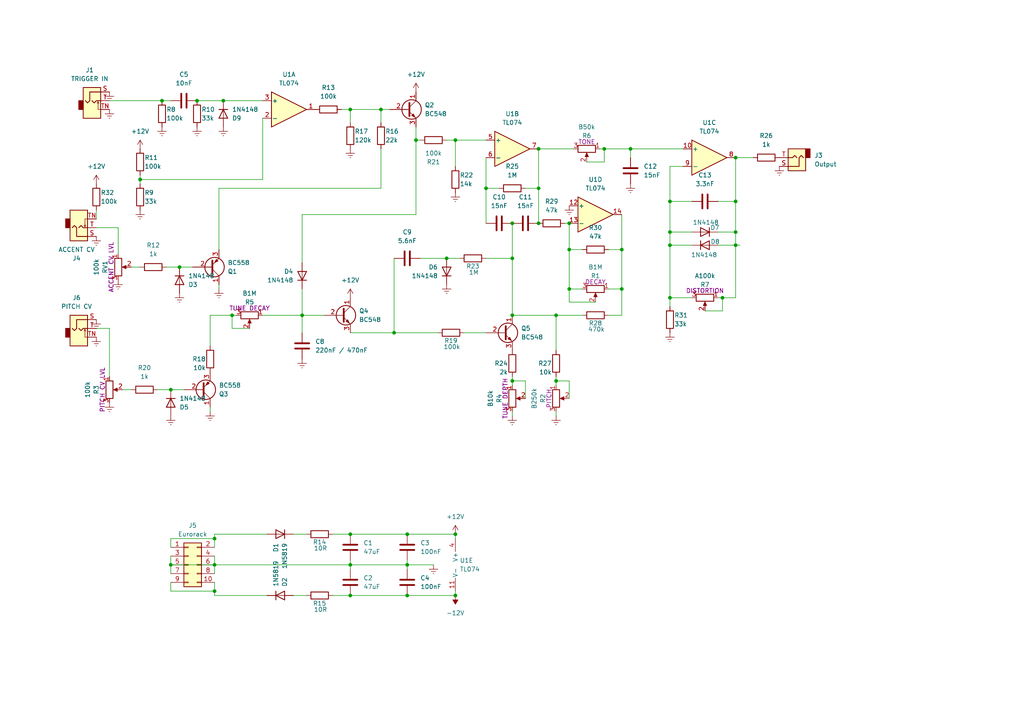
<source format=kicad_sch>
(kicad_sch (version 20231120) (generator "eeschema") (generator_version "8.0")
  (paper "A4")
  (lib_symbols
    (symbol "Amplifier_Operational:TL074" (pin_names (offset 0.127))
      (property "Reference" "U" (at 0 5.08 0))
      (property "Value" "TL074" (at 0 -5.08 0))
      (symbol "TL074_1_1"
        (polyline (pts (xy -5.08 5.08) (xy 5.08 0) (xy -5.08 -5.08) (xy -5.08 5.08)) (stroke (width 0.254)) (fill (type background)))
        (pin output line (at 7.62 0 180) (length 2.54) (name "~") (number "1"))
        (pin input line (at -7.62 -2.54 0) (length 2.54) (name "-") (number "2"))
        (pin input line (at -7.62 2.54 0) (length 2.54) (name "+") (number "3"))
      )
      (symbol "TL074_2_1"
        (polyline (pts (xy -5.08 5.08) (xy 5.08 0) (xy -5.08 -5.08) (xy -5.08 5.08)) (stroke (width 0.254)) (fill (type background)))
        (pin input line (at -7.62 2.54 0) (length 2.54) (name "+") (number "5"))
        (pin input line (at -7.62 -2.54 0) (length 2.54) (name "-") (number "6"))
        (pin output line (at 7.62 0 180) (length 2.54) (name "~") (number "7"))
      )
      (symbol "TL074_3_1"
        (polyline (pts (xy -5.08 5.08) (xy 5.08 0) (xy -5.08 -5.08) (xy -5.08 5.08)) (stroke (width 0.254)) (fill (type background)))
        (pin input line (at -7.62 2.54 0) (length 2.54) (name "+") (number "10"))
        (pin output line (at 7.62 0 180) (length 2.54) (name "~") (number "8"))
        (pin input line (at -7.62 -2.54 0) (length 2.54) (name "-") (number "9"))
      )
      (symbol "TL074_4_1"
        (polyline (pts (xy -5.08 5.08) (xy 5.08 0) (xy -5.08 -5.08) (xy -5.08 5.08)) (stroke (width 0.254)) (fill (type background)))
        (pin input line (at -7.62 2.54 0) (length 2.54) (name "+") (number "12"))
        (pin input line (at -7.62 -2.54 0) (length 2.54) (name "-") (number "13"))
        (pin output line (at 7.62 0 180) (length 2.54) (name "~") (number "14"))
      )
      (symbol "TL074_5_1"
        (pin power_in line (at -2.54 -7.62 90) (length 3.81) (name "V-") (number "11"))
        (pin power_in line (at -2.54 7.62 270) (length 3.81) (name "V+") (number "4"))
      )
    )
    (symbol "Connector:AudioJack2"
      (property "Reference" "J" (at 0 8.89 0))
      (property "Value" "AudioJack2" (at 0 6.35 0))
      (symbol "AudioJack2_0_1"
        (rectangle (start -3.81 0) (end -2.54 -2.54) (stroke (width 0.254)) (fill (type outline)))
        (rectangle (start -2.54 3.81) (end 2.54 -2.54) (stroke (width 0.254)) (fill (type background)))
        (polyline (pts (xy 0 0) (xy 0.635 -0.635) (xy 1.27 0) (xy 2.54 0)) (stroke (width 0.254)))
        (polyline (pts (xy 2.54 2.54) (xy -0.635 2.54) (xy -0.635 0) (xy -1.27 -0.635) (xy -1.905 0)) (stroke (width 0.254)))
      )
      (symbol "AudioJack2_1_1"
        (pin passive line (at 5.08 2.54 180) (length 2.54) (name "~") (number "S"))
        (pin passive line (at 5.08 0 180) (length 2.54) (name "~") (number "T"))
      )
    )
    (symbol "Connector_Audio:AudioJack2_SwitchT"
      (property "Reference" "J" (at 0 8.89 0))
      (property "Value" "AudioJack2_SwitchT" (at 0 6.35 0))
      (symbol "AudioJack2_SwitchT_0_1"
        (rectangle (start -2.54 0) (end -3.81 -2.54) (stroke (width 0.254)) (fill (type outline)))
        (polyline (pts (xy 1.778 -0.254) (xy 2.032 -0.762)))
        (polyline (pts (xy 0 0) (xy 0.635 -0.635) (xy 1.27 0) (xy 2.54 0)) (stroke (width 0.254)))
        (polyline (pts (xy 2.54 -2.54) (xy 1.778 -2.54) (xy 1.778 -0.254) (xy 1.524 -0.762)))
        (polyline (pts (xy 2.54 2.54) (xy -0.635 2.54) (xy -0.635 0) (xy -1.27 -0.635) (xy -1.905 0)) (stroke (width 0.254)))
        (rectangle (start 2.54 3.81) (end -2.54 -5.08) (stroke (width 0.254)) (fill (type background)))
      )
      (symbol "AudioJack2_SwitchT_1_1"
        (pin passive line (at 5.08 2.54 180) (length 2.54) (name "~") (number "S"))
        (pin passive line (at 5.08 0 180) (length 2.54) (name "~") (number "T"))
        (pin passive line (at 5.08 -2.54 180) (length 2.54) (name "~") (number "TN"))
      )
    )
    (symbol "Connector_Generic:Conn_02x05_Odd_Even" (pin_names (offset 1.016) hide)
      (property "Reference" "J" (at 1.27 7.62 0))
      (property "Value" "Conn_02x05_Odd_Even" (at 1.27 -7.62 0))
      (symbol "Conn_02x05_Odd_Even_1_1"
        (rectangle (start -1.27 -4.953) (end 0 -5.207) (stroke (width 0.1524)))
        (rectangle (start -1.27 -2.413) (end 0 -2.667) (stroke (width 0.1524)))
        (rectangle (start -1.27 0.127) (end 0 -0.127) (stroke (width 0.1524)))
        (rectangle (start -1.27 2.667) (end 0 2.413) (stroke (width 0.1524)))
        (rectangle (start -1.27 5.207) (end 0 4.953) (stroke (width 0.1524)))
        (rectangle (start -1.27 6.35) (end 3.81 -6.35) (stroke (width 0.254)) (fill (type background)))
        (rectangle (start 3.81 -4.953) (end 2.54 -5.207) (stroke (width 0.1524)))
        (rectangle (start 3.81 -2.413) (end 2.54 -2.667) (stroke (width 0.1524)))
        (rectangle (start 3.81 0.127) (end 2.54 -0.127) (stroke (width 0.1524)))
        (rectangle (start 3.81 2.667) (end 2.54 2.413) (stroke (width 0.1524)))
        (rectangle (start 3.81 5.207) (end 2.54 4.953) (stroke (width 0.1524)))
        (pin passive line (at -5.08 5.08 0) (length 3.81) (name "Pin_1") (number "1"))
        (pin passive line (at 7.62 -5.08 180) (length 3.81) (name "Pin_10") (number "10"))
        (pin passive line (at 7.62 5.08 180) (length 3.81) (name "Pin_2") (number "2"))
        (pin passive line (at -5.08 2.54 0) (length 3.81) (name "Pin_3") (number "3"))
        (pin passive line (at 7.62 2.54 180) (length 3.81) (name "Pin_4") (number "4"))
        (pin passive line (at -5.08 0 0) (length 3.81) (name "Pin_5") (number "5"))
        (pin passive line (at 7.62 0 180) (length 3.81) (name "Pin_6") (number "6"))
        (pin passive line (at -5.08 -2.54 0) (length 3.81) (name "Pin_7") (number "7"))
        (pin passive line (at 7.62 -2.54 180) (length 3.81) (name "Pin_8") (number "8"))
        (pin passive line (at -5.08 -5.08 0) (length 3.81) (name "Pin_9") (number "9"))
      )
    )
    (symbol "Device:C" (pin_numbers hide) (pin_names (offset 0.254))
      (property "Reference" "C" (at 0.635 2.54 0))
      (property "Value" "C" (at 0.635 -2.54 0))
      (symbol "C_0_1"
        (polyline (pts (xy -2.032 -0.762) (xy 2.032 -0.762)) (stroke (width 0.508)))
        (polyline (pts (xy -2.032 0.762) (xy 2.032 0.762)) (stroke (width 0.508)))
      )
      (symbol "C_1_1"
        (pin passive line (at 0 3.81 270) (length 2.794) (name "~") (number "1"))
        (pin passive line (at 0 -3.81 90) (length 2.794) (name "~") (number "2"))
      )
    )
    (symbol "Device:D" (pin_numbers hide) (pin_names (offset 1.016) hide)
      (property "Reference" "D" (at 0 2.54 0))
      (property "Value" "D" (at 0 -2.54 0))
      (symbol "D_0_1"
        (polyline (pts (xy -1.27 1.27) (xy -1.27 -1.27)) (stroke (width 0.254)))
        (polyline (pts (xy 1.27 0) (xy -1.27 0)))
        (polyline (pts (xy 1.27 1.27) (xy 1.27 -1.27) (xy -1.27 0) (xy 1.27 1.27)) (stroke (width 0.254)))
      )
      (symbol "D_1_1"
        (pin passive line (at -3.81 0 0) (length 2.54) (name "K") (number "1"))
        (pin passive line (at 3.81 0 180) (length 2.54) (name "A") (number "2"))
      )
    )
    (symbol "Device:R" (pin_numbers hide) (pin_names (offset 0))
      (property "Reference" "R" (at 2.032 0 90))
      (property "Value" "R" (at 0 0 90))
      (symbol "R_0_1"
        (rectangle (start -1.016 -2.54) (end 1.016 2.54) (stroke (width 0.254)))
      )
      (symbol "R_1_1"
        (pin passive line (at 0 3.81 270) (length 1.27) (name "~") (number "1"))
        (pin passive line (at 0 -3.81 90) (length 1.27) (name "~") (number "2"))
      )
    )
    (symbol "Device:R_Potentiometer" (pin_names (offset 1.016) hide)
      (property "Reference" "RV" (at -4.445 0 90))
      (property "Value" "R_Potentiometer" (at -2.54 0 90))
      (symbol "R_Potentiometer_0_1"
        (polyline (pts (xy 2.54 0) (xy 1.524 0)))
        (polyline (pts (xy 1.143 0) (xy 2.286 0.508) (xy 2.286 -0.508) (xy 1.143 0)) (fill (type outline)))
        (rectangle (start 1.016 2.54) (end -1.016 -2.54) (stroke (width 0.254)))
      )
      (symbol "R_Potentiometer_1_1"
        (pin passive line (at 0 3.81 270) (length 1.27) (name "1") (number "1"))
        (pin passive line (at 3.81 0 180) (length 1.27) (name "2") (number "2"))
        (pin passive line (at 0 -3.81 90) (length 1.27) (name "3") (number "3"))
      )
    )
    (symbol "Transistor_BJT:BC548" (pin_names (offset 0) hide)
      (property "Reference" "Q" (at 5.08 1.905 0))
      (property "Value" "BC548" (at 5.08 0 0))
      (symbol "BC548_0_1"
        (polyline (pts (xy 0 0) (xy 0.635 0)))
        (polyline (pts (xy 0.635 0.635) (xy 2.54 2.54)))
        (polyline (pts (xy 0.635 -0.635) (xy 2.54 -2.54) (xy 2.54 -2.54)))
        (polyline (pts (xy 0.635 1.905) (xy 0.635 -1.905) (xy 0.635 -1.905)) (stroke (width 0.508)))
        (polyline (pts (xy 1.27 -1.778) (xy 1.778 -1.27) (xy 2.286 -2.286) (xy 1.27 -1.778) (xy 1.27 -1.778)) (fill (type outline)))
        (circle (center 1.27 0) (radius 2.8194) (stroke (width 0.254)))
      )
      (symbol "BC548_1_1"
        (pin passive line (at 2.54 5.08 270) (length 2.54) (name "C") (number "1"))
        (pin input line (at -5.08 0 0) (length 5.08) (name "B") (number "2"))
        (pin passive line (at 2.54 -5.08 90) (length 2.54) (name "E") (number "3"))
      )
    )
    (symbol "Transistor_BJT:BC558" (pin_names (offset 0) hide)
      (property "Reference" "Q" (at 5.08 1.905 0))
      (property "Value" "BC558" (at 5.08 0 0))
      (symbol "BC558_0_1"
        (polyline (pts (xy 0.635 0.635) (xy 2.54 2.54)))
        (polyline (pts (xy 0.635 -0.635) (xy 2.54 -2.54) (xy 2.54 -2.54)))
        (polyline (pts (xy 0.635 1.905) (xy 0.635 -1.905) (xy 0.635 -1.905)) (stroke (width 0.508)))
        (polyline (pts (xy 2.286 -1.778) (xy 1.778 -2.286) (xy 1.27 -1.27) (xy 2.286 -1.778) (xy 2.286 -1.778)) (fill (type outline)))
        (circle (center 1.27 0) (radius 2.8194) (stroke (width 0.254)))
      )
      (symbol "BC558_1_1"
        (pin passive line (at 2.54 5.08 270) (length 2.54) (name "C") (number "1"))
        (pin input line (at -5.08 0 0) (length 5.715) (name "B") (number "2"))
        (pin passive line (at 2.54 -5.08 90) (length 2.54) (name "E") (number "3"))
      )
    )
    (symbol "power:+12V" (power) (pin_names (offset 0))
      (property "Value" "+12V" (at 0 3.556 0))
      (symbol "+12V_0_1"
        (polyline (pts (xy -0.762 1.27) (xy 0 2.54)))
        (polyline (pts (xy 0 0) (xy 0 2.54)))
        (polyline (pts (xy 0 2.54) (xy 0.762 1.27)))
      )
      (symbol "+12V_1_1"
        (pin power_in line (at 0 0 90) (length 0) hide (name "+12V") (number "1"))
      )
    )
    (symbol "power:-12V" (power) (pin_numbers hide) (pin_names (offset 0) hide)
      (property "Value" "-12V" (at 0 3.556 0))
      (symbol "-12V_0_0"
        (pin power_in line (at 0 0 90) (length 0) (name "~") (number "1"))
      )
      (symbol "-12V_0_1"
        (polyline (pts (xy 0 0) (xy 0 1.27) (xy 0.762 1.27) (xy 0 2.54) (xy -0.762 1.27) (xy 0 1.27)) (fill (type outline)))
      )
    )
    (symbol "power:GNDREF" (power) (pin_names (offset 0))
      (property "Value" "GNDREF" (at 0 -3.81 0))
      (symbol "GNDREF_0_1"
        (polyline (pts (xy -0.635 -1.905) (xy 0.635 -1.905)))
        (polyline (pts (xy -0.127 -2.54) (xy 0.127 -2.54)))
        (polyline (pts (xy 0 -1.27) (xy 0 0)))
        (polyline (pts (xy 1.27 -1.27) (xy -1.27 -1.27)))
      )
      (symbol "GNDREF_1_1"
        (pin power_in line (at 0 0 270) (length 0) hide (name "GNDREF") (number "1"))
      )
    )
  )
  (junction (at 148.59 110.49))
  (junction (at 57.15 29.21))
  (junction (at 161.29 110.49))
  (junction (at 101.6 31.75))
  (junction (at 148.59 91.44))
  (junction (at 62.23 163.83))
  (junction (at 194.31 86.36))
  (junction (at 165.1 64.77))
  (junction (at 118.11 172.72))
  (junction (at 161.29 91.44))
  (junction (at 156.21 64.77))
  (junction (at 62.23 156.21))
  (junction (at 213.36 67.31))
  (junction (at 120.65 40.64))
  (junction (at 118.11 163.83))
  (junction (at 213.36 58.42))
  (junction (at 156.21 43.18))
  (junction (at 101.6 163.83))
  (junction (at 165.1 72.39))
  (junction (at 156.21 54.61))
  (junction (at 182.88 43.18))
  (junction (at 101.6 154.94))
  (junction (at 87.63 91.44))
  (junction (at 49.53 113.03))
  (junction (at 140.97 54.61))
  (junction (at 64.77 29.21))
  (junction (at 213.36 45.72))
  (junction (at 132.08 154.94))
  (junction (at 129.54 74.93))
  (junction (at 175.26 43.18))
  (junction (at 67.31 91.44))
  (junction (at 118.11 154.94))
  (junction (at 148.59 74.93))
  (junction (at 40.64 52.07))
  (junction (at 49.53 163.83))
  (junction (at 46.99 29.21))
  (junction (at 110.49 31.75))
  (junction (at 148.59 64.77))
  (junction (at 62.23 171.45))
  (junction (at 209.55 86.36))
  (junction (at 213.36 71.12))
  (junction (at 180.34 72.39))
  (junction (at 132.08 172.72))
  (junction (at 194.31 71.12))
  (junction (at 165.1 83.82))
  (junction (at 194.31 58.42))
  (junction (at 52.07 77.47))
  (junction (at 180.34 83.82))
  (junction (at 114.3 96.52))
  (junction (at 101.6 172.72))
  (junction (at 194.31 67.31))
  (junction (at 132.08 40.64))
  (wire (pts (xy 176.53 83.82) (xy 180.34 83.82)))
  (wire (pts (xy 87.63 91.44) (xy 93.98 91.44)))
  (wire (pts (xy 148.59 74.93) (xy 148.59 91.44)))
  (wire (pts (xy 40.64 50.8) (xy 40.64 52.07)))
  (wire (pts (xy 62.23 154.94) (xy 62.23 156.21)))
  (wire (pts (xy 213.36 45.72) (xy 213.36 58.42)))
  (wire (pts (xy 118.11 163.83) (xy 118.11 165.1)))
  (wire (pts (xy 72.39 95.25) (xy 67.31 95.25)))
  (wire (pts (xy 194.31 58.42) (xy 200.66 58.42)))
  (wire (pts (xy 180.34 83.82) (xy 180.34 91.44)))
  (wire (pts (xy 161.29 91.44) (xy 148.59 91.44)))
  (wire (pts (xy 62.23 163.83) (xy 101.6 163.83)))
  (wire (pts (xy 101.6 163.83) (xy 118.11 163.83)))
  (wire (pts (xy 165.1 87.63) (xy 165.1 83.82)))
  (wire (pts (xy 49.53 163.83) (xy 62.23 163.83)))
  (wire (pts (xy 62.23 161.29) (xy 62.23 163.83)))
  (wire (pts (xy 132.08 40.64) (xy 132.08 48.26)))
  (wire (pts (xy 132.08 40.64) (xy 129.54 40.64)))
  (wire (pts (xy 161.29 111.76) (xy 161.29 110.49)))
  (wire (pts (xy 140.97 40.64) (xy 132.08 40.64)))
  (wire (pts (xy 175.26 43.18) (xy 182.88 43.18)))
  (wire (pts (xy 57.15 29.21) (xy 64.77 29.21)))
  (wire (pts (xy 52.07 77.47) (xy 55.88 77.47)))
  (wire (pts (xy 38.1 77.47) (xy 40.64 77.47)))
  (wire (pts (xy 120.65 40.64) (xy 121.92 40.64)))
  (wire (pts (xy 152.4 110.49) (xy 148.59 110.49)))
  (wire (pts (xy 132.08 171.45) (xy 132.08 172.72)))
  (wire (pts (xy 110.49 31.75) (xy 110.49 35.56)))
  (wire (pts (xy 62.23 171.45) (xy 62.23 168.91)))
  (wire (pts (xy 194.31 48.26) (xy 198.12 48.26)))
  (wire (pts (xy 76.2 34.29) (xy 76.2 52.07)))
  (wire (pts (xy 49.53 113.03) (xy 53.34 113.03)))
  (wire (pts (xy 176.53 72.39) (xy 180.34 72.39)))
  (wire (pts (xy 60.96 100.33) (xy 60.96 91.44)))
  (wire (pts (xy 35.56 113.03) (xy 38.1 113.03)))
  (wire (pts (xy 118.11 172.72) (xy 101.6 172.72)))
  (wire (pts (xy 120.65 36.83) (xy 120.65 40.64)))
  (wire (pts (xy 144.78 54.61) (xy 140.97 54.61)))
  (wire (pts (xy 148.59 120.65) (xy 148.59 119.38)))
  (wire (pts (xy 194.31 71.12) (xy 200.66 71.12)))
  (wire (pts (xy 96.52 154.94) (xy 101.6 154.94)))
  (wire (pts (xy 63.5 54.61) (xy 110.49 54.61)))
  (wire (pts (xy 218.44 45.72) (xy 213.36 45.72)))
  (wire (pts (xy 214.63 71.12) (xy 213.36 71.12)))
  (wire (pts (xy 148.59 110.49) (xy 148.59 109.22)))
  (wire (pts (xy 60.96 118.11) (xy 60.96 119.38)))
  (wire (pts (xy 168.91 83.82) (xy 165.1 83.82)))
  (wire (pts (xy 156.21 43.18) (xy 156.21 54.61)))
  (wire (pts (xy 76.2 52.07) (xy 40.64 52.07)))
  (wire (pts (xy 77.47 172.72) (xy 62.23 172.72)))
  (wire (pts (xy 101.6 31.75) (xy 101.6 35.56)))
  (wire (pts (xy 110.49 31.75) (xy 113.03 31.75)))
  (wire (pts (xy 156.21 54.61) (xy 156.21 64.77)))
  (wire (pts (xy 49.53 158.75) (xy 49.53 156.21)))
  (wire (pts (xy 170.18 46.99) (xy 175.26 46.99)))
  (wire (pts (xy 67.31 91.44) (xy 68.58 91.44)))
  (wire (pts (xy 204.47 90.17) (xy 209.55 90.17)))
  (wire (pts (xy 67.31 95.25) (xy 67.31 91.44)))
  (wire (pts (xy 34.29 73.66) (xy 34.29 66.04)))
  (wire (pts (xy 120.65 40.64) (xy 120.65 62.23)))
  (wire (pts (xy 62.23 156.21) (xy 62.23 158.75)))
  (wire (pts (xy 173.99 43.18) (xy 175.26 43.18)))
  (wire (pts (xy 121.92 74.93) (xy 129.54 74.93)))
  (wire (pts (xy 182.88 45.72) (xy 182.88 43.18)))
  (wire (pts (xy 194.31 86.36) (xy 194.31 71.12)))
  (wire (pts (xy 132.08 156.21) (xy 132.08 154.94)))
  (wire (pts (xy 194.31 67.31) (xy 200.66 67.31)))
  (wire (pts (xy 49.53 171.45) (xy 62.23 171.45)))
  (wire (pts (xy 63.5 54.61) (xy 63.5 72.39)))
  (wire (pts (xy 76.2 91.44) (xy 87.63 91.44)))
  (wire (pts (xy 208.28 67.31) (xy 213.36 67.31)))
  (wire (pts (xy 165.1 72.39) (xy 165.1 64.77)))
  (wire (pts (xy 110.49 31.75) (xy 101.6 31.75)))
  (wire (pts (xy 152.4 54.61) (xy 156.21 54.61)))
  (wire (pts (xy 49.53 163.83) (xy 49.53 166.37)))
  (wire (pts (xy 31.75 109.22) (xy 31.75 95.25)))
  (wire (pts (xy 27.94 60.96) (xy 27.94 63.5)))
  (wire (pts (xy 172.72 87.63) (xy 165.1 87.63)))
  (wire (pts (xy 140.97 54.61) (xy 140.97 64.77)))
  (wire (pts (xy 87.63 91.44) (xy 87.63 83.82)))
  (wire (pts (xy 45.72 113.03) (xy 49.53 113.03)))
  (wire (pts (xy 161.29 120.65) (xy 161.29 119.38)))
  (wire (pts (xy 101.6 96.52) (xy 114.3 96.52)))
  (wire (pts (xy 152.4 115.57) (xy 152.4 110.49)))
  (wire (pts (xy 62.23 163.83) (xy 62.23 166.37)))
  (wire (pts (xy 213.36 71.12) (xy 213.36 67.31)))
  (wire (pts (xy 118.11 154.94) (xy 101.6 154.94)))
  (wire (pts (xy 46.99 29.21) (xy 49.53 29.21)))
  (wire (pts (xy 85.09 154.94) (xy 88.9 154.94)))
  (wire (pts (xy 118.11 163.83) (xy 125.73 163.83)))
  (wire (pts (xy 140.97 74.93) (xy 148.59 74.93)))
  (wire (pts (xy 194.31 71.12) (xy 194.31 67.31)))
  (wire (pts (xy 31.75 95.25) (xy 27.94 95.25)))
  (wire (pts (xy 148.59 110.49) (xy 148.59 111.76)))
  (wire (pts (xy 148.59 64.77) (xy 148.59 74.93)))
  (wire (pts (xy 49.53 161.29) (xy 49.53 163.83)))
  (wire (pts (xy 87.63 91.44) (xy 87.63 96.52)))
  (wire (pts (xy 208.28 86.36) (xy 209.55 86.36)))
  (wire (pts (xy 140.97 45.72) (xy 140.97 54.61)))
  (wire (pts (xy 209.55 90.17) (xy 209.55 86.36)))
  (wire (pts (xy 194.31 67.31) (xy 194.31 58.42)))
  (wire (pts (xy 161.29 101.6) (xy 161.29 91.44)))
  (wire (pts (xy 62.23 172.72) (xy 62.23 171.45)))
  (wire (pts (xy 101.6 163.83) (xy 101.6 165.1)))
  (wire (pts (xy 64.77 29.21) (xy 76.2 29.21)))
  (wire (pts (xy 213.36 86.36) (xy 209.55 86.36)))
  (wire (pts (xy 34.29 66.04) (xy 27.94 66.04)))
  (wire (pts (xy 180.34 72.39) (xy 180.34 83.82)))
  (wire (pts (xy 156.21 43.18) (xy 166.37 43.18)))
  (wire (pts (xy 194.31 48.26) (xy 194.31 58.42)))
  (wire (pts (xy 114.3 96.52) (xy 114.3 74.93)))
  (wire (pts (xy 213.36 71.12) (xy 213.36 86.36)))
  (wire (pts (xy 208.28 71.12) (xy 213.36 71.12)))
  (wire (pts (xy 63.5 82.55) (xy 63.5 83.82)))
  (wire (pts (xy 208.28 58.42) (xy 213.36 58.42)))
  (wire (pts (xy 101.6 162.56) (xy 101.6 163.83)))
  (wire (pts (xy 213.36 67.31) (xy 213.36 58.42)))
  (wire (pts (xy 161.29 110.49) (xy 161.29 109.22)))
  (wire (pts (xy 168.91 91.44) (xy 161.29 91.44)))
  (wire (pts (xy 48.26 77.47) (xy 52.07 77.47)))
  (wire (pts (xy 127 96.52) (xy 114.3 96.52)))
  (wire (pts (xy 165.1 72.39) (xy 165.1 83.82)))
  (wire (pts (xy 165.1 110.49) (xy 161.29 110.49)))
  (wire (pts (xy 40.64 52.07) (xy 40.64 53.34)))
  (wire (pts (xy 175.26 46.99) (xy 175.26 43.18)))
  (wire (pts (xy 60.96 91.44) (xy 67.31 91.44)))
  (wire (pts (xy 49.53 156.21) (xy 62.23 156.21)))
  (wire (pts (xy 31.75 29.21) (xy 46.99 29.21)))
  (wire (pts (xy 180.34 62.23) (xy 180.34 72.39)))
  (wire (pts (xy 87.63 76.2) (xy 87.63 62.23)))
  (wire (pts (xy 87.63 62.23) (xy 120.65 62.23)))
  (wire (pts (xy 110.49 43.18) (xy 110.49 54.61)))
  (wire (pts (xy 182.88 43.18) (xy 198.12 43.18)))
  (wire (pts (xy 134.62 96.52) (xy 140.97 96.52)))
  (wire (pts (xy 49.53 168.91) (xy 49.53 171.45)))
  (wire (pts (xy 180.34 91.44) (xy 176.53 91.44)))
  (wire (pts (xy 129.54 74.93) (xy 133.35 74.93)))
  (wire (pts (xy 165.1 115.57) (xy 165.1 110.49)))
  (wire (pts (xy 96.52 172.72) (xy 101.6 172.72)))
  (wire (pts (xy 194.31 88.9) (xy 194.31 86.36)))
  (wire (pts (xy 132.08 172.72) (xy 118.11 172.72)))
  (wire (pts (xy 168.91 72.39) (xy 165.1 72.39)))
  (wire (pts (xy 77.47 154.94) (xy 62.23 154.94)))
  (wire (pts (xy 118.11 162.56) (xy 118.11 163.83)))
  (wire (pts (xy 85.09 172.72) (xy 88.9 172.72)))
  (wire (pts (xy 132.08 154.94) (xy 118.11 154.94)))
  (wire (pts (xy 194.31 86.36) (xy 200.66 86.36)))
  (wire (pts (xy 101.6 31.75) (xy 99.06 31.75)))
  (wire (pts (xy 165.1 64.77) (xy 163.83 64.77)))
  (symbol (lib_id "Device:R") (at 110.49 39.37 180) (unit 1)
    (property "Reference" "R16" (at 111.76 38.1 0) (effects (justify right)))
    (property "Value" "22k" (at 111.76 40.64 0) (effects (justify right)))
    (property "Footprint" "Resistor_THT:R_Axial_DIN0207_L6.3mm_D2.5mm_P10.16mm_Horizontal" (effects (hide yes)))
  )
  (symbol (lib_id "Device:R_Potentiometer") (at 34.29 77.47 0) (unit 1)
    (property "Reference" "RV1" (at 30.48 77.47 90))
    (property "Value" "100k" (at 27.94 77.47 90))
    (property "Footprint" "Potentiometer_THT:Potentiometer_Alpha_RD901F-40-00D_Single_Vertical" (effects (hide yes)))
    (property "Description" "ACCENT CV LVL" (at 32.258 77.47 90))
  )
  (symbol (lib_id "power:GNDREF") (at 101.6 43.18 0) (unit 1)
    (property "Reference" "#PWR011" (effects (hide yes)))
    (property "Value" "GNDREF" (effects (hide yes)))
  )
  (symbol (lib_id "power:GNDREF") (at 34.29 81.28 0) (unit 1)
    (property "Reference" "#PWR08" (effects (hide yes)))
    (property "Value" "GNDREF" (effects (hide yes)))
  )
  (symbol (lib_id "Device:R_Potentiometer") (at 72.39 91.44 270) (unit 1)
    (property "Reference" "R5" (at 72.39 87.63 90))
    (property "Value" "B1M" (at 72.39 85.09 90))
    (property "Footprint" "Potentiometer_THT:Potentiometer_Alpha_RD901F-40-00D_Single_Vertical" (effects (hide yes)))
    (property "Description" "TUNE DECAY" (at 72.39 89.408 90))
  )
  (symbol (lib_id "Device:R") (at 222.25 45.72 90) (unit 1)
    (property "Reference" "R26" (at 222.25 39.37 90))
    (property "Value" "1k" (at 222.25 41.91 90))
    (property "Footprint" "Resistor_THT:R_Axial_DIN0207_L6.3mm_D2.5mm_P10.16mm_Horizontal" (effects (hide yes)))
  )
  (symbol (lib_id "power:GNDREF") (at 63.5 83.82 0) (unit 1)
    (property "Reference" "#PWR010" (effects (hide yes)))
    (property "Value" "GNDREF" (effects (hide yes)))
  )
  (symbol (lib_id "Connector_Generic:Conn_02x05_Odd_Even") (at 54.61 163.83 0) (unit 1)
    (property "Reference" "J5" (at 55.88 152.4 0))
    (property "Value" "Eurorack" (at 55.88 154.94 0))
    (property "Description" "Generic connector, double row, 02x05, odd/even pin numbering scheme (row 1 odd numbers, row 2 even numbers), script generated (kicad-library-utils/schlib/autogen/connector/)" (effects (hide yes)))
  )
  (symbol (lib_id "power:+12V") (at 120.65 26.67 0) (unit 1)
    (property "Reference" "#PWR012" (effects (hide yes)))
    (property "Value" "+12V" (at 120.65 21.59 0))
  )
  (symbol (lib_id "Device:C") (at 118.11 168.91 180) (unit 1)
    (property "Reference" "C4" (at 121.92 167.6399 0) (effects (justify right)))
    (property "Value" "100nF" (at 121.92 170.1799 0) (effects (justify right)))
    (property "Footprint" "Capacitor_THT:C_Rect_L7.0mm_W2.5mm_P5.00mm" (effects (hide yes)))
  )
  (symbol (lib_id "Device:R") (at 137.16 74.93 90) (mirror x) (unit 1)
    (property "Reference" "R23" (at 137.16 77.216 90))
    (property "Value" "1M" (at 137.414 78.994 90))
    (property "Footprint" "Resistor_THT:R_Axial_DIN0207_L6.3mm_D2.5mm_P10.16mm_Horizontal" (effects (hide yes)))
  )
  (symbol (lib_id "Device:R") (at 46.99 33.02 180) (unit 1)
    (property "Reference" "R8" (at 48.26 31.75 0) (effects (justify right)))
    (property "Value" "100k" (at 48.26 34.29 0) (effects (justify right)))
    (property "Footprint" "Resistor_THT:R_Axial_DIN0207_L6.3mm_D2.5mm_P10.16mm_Horizontal" (effects (hide yes)))
  )
  (symbol (lib_id "Device:C") (at 118.11 158.75 180) (unit 1)
    (property "Reference" "C3" (at 121.92 157.4799 0) (effects (justify right)))
    (property "Value" "100nF" (at 121.92 160.0199 0) (effects (justify right)))
    (property "Footprint" "Capacitor_THT:C_Rect_L7.0mm_W2.5mm_P5.00mm" (effects (hide yes)))
  )
  (symbol (lib_id "Amplifier_Operational:TL074") (at 205.74 45.72 0) (unit 3)
    (property "Reference" "U1" (at 205.74 35.56 0))
    (property "Value" "TL074" (at 205.74 38.1 0))
    (property "Datasheet" "http://www.ti.com/lit/ds/symlink/tl071.pdf" (effects (hide yes)))
    (property "Description" "Quad Low-Noise JFET-Input Operational Amplifiers, DIP-14/SOIC-14" (effects (hide yes)))
  )
  (symbol (lib_id "power:GNDREF") (at 27.94 68.58 0) (unit 1)
    (property "Reference" "#PWR07" (effects (hide yes)))
    (property "Value" "GNDREF" (effects (hide yes)))
  )
  (symbol (lib_id "power:GNDREF") (at 27.94 92.71 0) (unit 1)
    (property "Reference" "#PWR032" (effects (hide yes)))
    (property "Value" "GNDREF" (effects (hide yes)))
  )
  (symbol (lib_id "power:+12V") (at 101.6 86.36 0) (unit 1)
    (property "Reference" "#PWR025" (effects (hide yes)))
    (property "Value" "+12V" (at 101.6 81.28 0))
  )
  (symbol (lib_id "Device:R") (at 92.71 172.72 90) (mirror x) (unit 1)
    (property "Reference" "R15" (at 92.71 175.006 90))
    (property "Value" "10R" (at 92.964 176.784 90))
    (property "Footprint" "Resistor_THT:R_Axial_DIN0207_L6.3mm_D2.5mm_P10.16mm_Horizontal" (effects (hide yes)))
  )
  (symbol (lib_id "power:GNDREF") (at 194.31 96.52 0) (unit 1)
    (property "Reference" "#PWR019" (effects (hide yes)))
    (property "Value" "GNDREF" (effects (hide yes)))
  )
  (symbol (lib_id "Amplifier_Operational:TL074") (at 148.59 43.18 0) (unit 2)
    (property "Reference" "U1" (at 148.59 33.02 0))
    (property "Value" "TL074" (at 148.59 35.56 0))
    (property "Datasheet" "http://www.ti.com/lit/ds/symlink/tl071.pdf" (effects (hide yes)))
    (property "Description" "Quad Low-Noise JFET-Input Operational Amplifiers, DIP-14/SOIC-14" (effects (hide yes)))
  )
  (symbol (lib_id "Amplifier_Operational:TL074") (at 134.62 163.83 0) (unit 5)
    (property "Reference" "U1" (at 133.35 162.5599 0) (effects (justify left)))
    (property "Value" "TL074" (at 133.35 165.0999 0) (effects (justify left)))
    (property "Datasheet" "http://www.ti.com/lit/ds/symlink/tl071.pdf" (effects (hide yes)))
    (property "Description" "Quad Low-Noise JFET-Input Operational Amplifiers, DIP-14/SOIC-14" (effects (hide yes)))
  )
  (symbol (lib_id "power:GNDREF") (at 148.59 120.65 0) (unit 1)
    (property "Reference" "#PWR023" (effects (hide yes)))
    (property "Value" "GNDREF" (effects (hide yes)))
  )
  (symbol (lib_id "Connector_Audio:AudioJack2_SwitchT") (at 26.67 29.21 0) (unit 1)
    (property "Reference" "J1" (at 26.035 20.32 0))
    (property "Value" "TRIGGER IN" (at 26.035 22.86 0))
    (property "Description" "Audio Jack, 2 Poles (Mono / TS), Switched T Pole (Normalling)" (effects (hide yes)))
  )
  (symbol (lib_id "power:GNDREF") (at 31.75 31.75 0) (unit 1)
    (property "Reference" "#PWR016" (effects (hide yes)))
    (property "Value" "GNDREF" (effects (hide yes)))
  )
  (symbol (lib_id "Device:R") (at 44.45 77.47 90) (unit 1)
    (property "Reference" "R12" (at 44.45 71.12 90))
    (property "Value" "1k" (at 44.45 73.66 90))
    (property "Footprint" "Resistor_THT:R_Axial_DIN0207_L6.3mm_D2.5mm_P10.16mm_Horizontal" (effects (hide yes)))
  )
  (symbol (lib_id "power:GNDREF") (at 64.77 36.83 0) (unit 1)
    (property "Reference" "#PWR06" (effects (hide yes)))
    (property "Value" "GNDREF" (effects (hide yes)))
  )
  (symbol (lib_id "Device:R_Potentiometer") (at 161.29 115.57 0) (unit 1)
    (property "Reference" "R2" (at 157.48 115.57 90))
    (property "Value" "B250k" (at 154.94 115.57 90))
    (property "Footprint" "Potentiometer_THT:Potentiometer_Alpha_RD901F-40-00D_Single_Vertical" (effects (hide yes)))
    (property "Description" "PITCH" (at 159.258 115.57 90))
  )
  (symbol (lib_id "Device:R_Potentiometer") (at 204.47 86.36 270) (unit 1)
    (property "Reference" "R7" (at 204.47 82.55 90))
    (property "Value" "A100k" (at 204.47 80.01 90))
    (property "Footprint" "Potentiometer_THT:Potentiometer_Alpha_RD901F-40-00D_Single_Vertical" (effects (hide yes)))
    (property "Description" "DISTORTION" (at 204.47 84.328 90))
  )
  (symbol (lib_id "Device:D") (at 52.07 81.28 90) (mirror x) (unit 1)
    (property "Reference" "D3" (at 54.61 82.5501 90) (effects (justify right)))
    (property "Value" "1N4148" (at 54.61 80.0101 90) (effects (justify right)))
    (property "Footprint" "Diode_THT:D_T-1_P10.16mm_Horizontal" (effects (hide yes)))
  )
  (symbol (lib_id "Device:R") (at 92.71 154.94 90) (mirror x) (unit 1)
    (property "Reference" "R14" (at 92.71 157.226 90))
    (property "Value" "10R" (at 92.964 159.004 90))
    (property "Footprint" "Resistor_THT:R_Axial_DIN0207_L6.3mm_D2.5mm_P10.16mm_Horizontal" (effects (hide yes)))
  )
  (symbol (lib_id "Device:R") (at 40.64 46.99 180) (unit 1)
    (property "Reference" "R11" (at 41.91 45.72 0) (effects (justify right)))
    (property "Value" "100k" (at 41.91 48.26 0) (effects (justify right)))
    (property "Footprint" "Resistor_THT:R_Axial_DIN0207_L6.3mm_D2.5mm_P10.16mm_Horizontal" (effects (hide yes)))
  )
  (symbol (lib_id "Connector_Audio:AudioJack2_SwitchT") (at 22.86 66.04 0) (mirror x) (unit 1)
    (property "Reference" "J4" (at 22.225 74.93 0))
    (property "Value" "ACCENT CV" (at 22.225 72.39 0))
    (property "Description" "Audio Jack, 2 Poles (Mono / TS), Switched T Pole (Normalling)" (effects (hide yes)))
  )
  (symbol (lib_id "power:+12V") (at 40.64 43.18 0) (unit 1)
    (property "Reference" "#PWR02" (effects (hide yes)))
    (property "Value" "+12V" (at 40.64 38.1 0))
  )
  (symbol (lib_id "Device:C") (at 152.4 64.77 90) (unit 1)
    (property "Reference" "C11" (at 152.4 57.15 90))
    (property "Value" "15nF" (at 152.4 59.69 90))
    (property "Footprint" "Capacitor_THT:C_Rect_L7.0mm_W2.5mm_P5.00mm" (effects (hide yes)))
  )
  (symbol (lib_id "Device:R") (at 132.08 52.07 180) (unit 1)
    (property "Reference" "R22" (at 133.35 50.8 0) (effects (justify right)))
    (property "Value" "14k" (at 133.35 53.34 0) (effects (justify right)))
    (property "Footprint" "Resistor_THT:R_Axial_DIN0207_L6.3mm_D2.5mm_P10.16mm_Horizontal" (effects (hide yes)))
  )
  (symbol (lib_id "power:GNDREF") (at 226.06 48.26 0) (mirror y) (unit 1)
    (property "Reference" "#PWR021" (effects (hide yes)))
    (property "Value" "GNDREF" (effects (hide yes)))
  )
  (symbol (lib_id "power:GNDREF") (at 60.96 119.38 0) (unit 1)
    (property "Reference" "#PWR030" (effects (hide yes)))
    (property "Value" "GNDREF" (effects (hide yes)))
  )
  (symbol (lib_id "Device:C") (at 53.34 29.21 90) (unit 1)
    (property "Reference" "C5" (at 53.34 21.59 90))
    (property "Value" "10nF" (at 53.34 24.13 90))
    (property "Footprint" "Capacitor_THT:C_Rect_L7.0mm_W2.5mm_P5.00mm" (effects (hide yes)))
  )
  (symbol (lib_id "Connector_Audio:AudioJack2_SwitchT") (at 22.86 95.25 0) (unit 1)
    (property "Reference" "J6" (at 22.225 86.36 0))
    (property "Value" "PITCH CV" (at 22.225 88.9 0))
    (property "Description" "Audio Jack, 2 Poles (Mono / TS), Switched T Pole (Normalling)" (effects (hide yes)))
  )
  (symbol (lib_id "power:GNDREF") (at 52.07 85.09 0) (unit 1)
    (property "Reference" "#PWR09" (effects (hide yes)))
    (property "Value" "GNDREF" (effects (hide yes)))
  )
  (symbol (lib_id "Transistor_BJT:BC558") (at 60.96 77.47 0) (mirror x) (unit 1)
    (property "Reference" "Q1" (at 66.04 78.7401 0) (effects (justify left)))
    (property "Value" "BC558" (at 66.04 76.2001 0) (effects (justify left)))
    (property "Footprint" "Package_TO_SOT_THT:TO-92_Inline" (effects (hide yes)))
    (property "Datasheet" "https://www.onsemi.com/pub/Collateral/BC556BTA-D.pdf" (effects (hide yes)))
    (property "Description" "0.1A Ic, 30V Vce, PNP Small Signal Transistor, TO-92" (effects (hide yes)))
  )
  (symbol (lib_id "Device:R") (at 125.73 40.64 90) (mirror x) (unit 1)
    (property "Reference" "R21" (at 125.73 46.99 90))
    (property "Value" "100k" (at 125.73 44.45 90))
    (property "Footprint" "Resistor_THT:R_Axial_DIN0207_L6.3mm_D2.5mm_P10.16mm_Horizontal" (effects (hide yes)))
  )
  (symbol (lib_id "Device:C") (at 101.6 158.75 180) (unit 1)
    (property "Reference" "C1" (at 105.41 157.4799 0) (effects (justify right)))
    (property "Value" "47uF" (at 105.41 160.0199 0) (effects (justify right)))
    (property "Footprint" "Capacitor_THT:C_Rect_L7.0mm_W2.5mm_P5.00mm" (effects (hide yes)))
  )
  (symbol (lib_id "Device:D") (at 129.54 78.74 270) (mirror x) (unit 1)
    (property "Reference" "D6" (at 127 77.4699 90) (effects (justify right)))
    (property "Value" "1N4148" (at 127 80.0099 90) (effects (justify right)))
    (property "Footprint" "Diode_THT:D_T-1_P10.16mm_Horizontal" (effects (hide yes)))
  )
  (symbol (lib_id "Device:R") (at 148.59 105.41 0) (mirror x) (unit 1)
    (property "Reference" "R24" (at 147.32 105.41 0) (effects (justify right)))
    (property "Value" "2k" (at 147.32 107.95 0) (effects (justify right)))
    (property "Footprint" "Resistor_THT:R_Axial_DIN0207_L6.3mm_D2.5mm_P10.16mm_Horizontal" (effects (hide yes)))
  )
  (symbol (lib_id "Device:C") (at 182.88 49.53 180) (unit 1)
    (property "Reference" "C12" (at 186.69 48.2599 0) (effects (justify right)))
    (property "Value" "15nF" (at 186.69 50.7999 0) (effects (justify right)))
    (property "Footprint" "Capacitor_THT:C_Rect_L7.0mm_W2.5mm_P5.00mm" (effects (hide yes)))
  )
  (symbol (lib_id "Transistor_BJT:BC558") (at 58.42 113.03 0) (mirror x) (unit 1)
    (property "Reference" "Q3" (at 63.5 114.3001 0) (effects (justify left)))
    (property "Value" "BC558" (at 63.5 111.7601 0) (effects (justify left)))
    (property "Footprint" "Package_TO_SOT_THT:TO-92_Inline" (effects (hide yes)))
    (property "Datasheet" "https://www.onsemi.com/pub/Collateral/BC556BTA-D.pdf" (effects (hide yes)))
    (property "Description" "0.1A Ic, 30V Vce, PNP Small Signal Transistor, TO-92" (effects (hide yes)))
  )
  (symbol (lib_id "Device:R") (at 95.25 31.75 90) (unit 1)
    (property "Reference" "R13" (at 95.25 25.4 90))
    (property "Value" "100k" (at 95.25 27.94 90))
    (property "Footprint" "Resistor_THT:R_Axial_DIN0207_L6.3mm_D2.5mm_P10.16mm_Horizontal" (effects (hide yes)))
  )
  (symbol (lib_id "power:GNDREF") (at 87.63 104.14 0) (unit 1)
    (property "Reference" "#PWR026" (effects (hide yes)))
    (property "Value" "GNDREF" (effects (hide yes)))
  )
  (symbol (lib_id "power:GNDREF") (at 132.08 55.88 0) (unit 1)
    (property "Reference" "#PWR017" (effects (hide yes)))
    (property "Value" "GNDREF" (effects (hide yes)))
  )
  (symbol (lib_id "power:GNDREF") (at 57.15 36.83 0) (unit 1)
    (property "Reference" "#PWR05" (effects (hide yes)))
    (property "Value" "GNDREF" (effects (hide yes)))
  )
  (symbol (lib_id "power:+12V") (at 27.94 53.34 0) (unit 1)
    (property "Reference" "#PWR013" (effects (hide yes)))
    (property "Value" "+12V" (at 27.94 48.26 0))
  )
  (symbol (lib_id "Device:C") (at 144.78 64.77 90) (unit 1)
    (property "Reference" "C10" (at 144.78 57.15 90))
    (property "Value" "15nF" (at 144.78 59.69 90))
    (property "Footprint" "Capacitor_THT:C_Rect_L7.0mm_W2.5mm_P5.00mm" (effects (hide yes)))
  )
  (symbol (lib_id "Connector:AudioJack2") (at 231.14 45.72 180) (unit 1)
    (property "Reference" "J3" (at 236.22 45.0849 0) (effects (justify right)))
    (property "Value" "Output" (at 236.22 47.6249 0) (effects (justify right)))
    (property "Footprint" "Connector_Audio:Jack_6.35mm_Neutrik_NJ5FD-V_Vertical" (effects (hide yes)))
  )
  (symbol (lib_id "Transistor_BJT:BC548") (at 99.06 91.44 0) (unit 1)
    (property "Reference" "Q4" (at 104.14 90.1699 0) (effects (justify left)))
    (property "Value" "BC548" (at 104.14 92.7099 0) (effects (justify left)))
    (property "Footprint" "Package_TO_SOT_THT:TO-92_Inline" (effects (hide yes)))
    (property "Datasheet" "https://www.onsemi.com/pub/Collateral/BC550-D.pdf" (effects (hide yes)))
    (property "Description" "0.1A Ic, 30V Vce, Small Signal NPN Transistor, TO-92" (effects (hide yes)))
  )
  (symbol (lib_id "power:GNDREF") (at 46.99 36.83 0) (unit 1)
    (property "Reference" "#PWR04" (effects (hide yes)))
    (property "Value" "GNDREF" (effects (hide yes)))
  )
  (symbol (lib_id "Device:R") (at 148.59 54.61 90) (unit 1)
    (property "Reference" "R25" (at 148.59 48.26 90))
    (property "Value" "1M" (at 148.59 50.8 90))
    (property "Footprint" "Resistor_THT:R_Axial_DIN0207_L6.3mm_D2.5mm_P10.16mm_Horizontal" (effects (hide yes)))
  )
  (symbol (lib_id "power:+12V") (at 132.08 154.94 0) (unit 1)
    (property "Reference" "#PWR020" (effects (hide yes)))
    (property "Value" "+12V" (at 132.08 149.86 0))
  )
  (symbol (lib_id "Device:D") (at 81.28 172.72 0) (mirror x) (unit 1)
    (property "Reference" "D2" (at 82.5501 170.18 90) (effects (justify right)))
    (property "Value" "1N5819" (at 80.0101 170.18 90) (effects (justify right)))
    (property "Footprint" "Diode_THT:D_T-1_P10.16mm_Horizontal" (effects (hide yes)))
  )
  (symbol (lib_id "Device:C") (at 204.47 58.42 90) (unit 1)
    (property "Reference" "C13" (at 204.47 50.8 90))
    (property "Value" "3.3nF" (at 204.47 53.34 90))
    (property "Footprint" "Capacitor_THT:C_Rect_L7.0mm_W2.5mm_P5.00mm" (effects (hide yes)))
  )
  (symbol (lib_id "Amplifier_Operational:TL074") (at 83.82 31.75 0) (unit 1)
    (property "Reference" "U1" (at 83.82 21.59 0))
    (property "Value" "TL074" (at 83.82 24.13 0))
    (property "Datasheet" "http://www.ti.com/lit/ds/symlink/tl071.pdf" (effects (hide yes)))
    (property "Description" "Quad Low-Noise JFET-Input Operational Amplifiers, DIP-14/SOIC-14" (effects (hide yes)))
  )
  (symbol (lib_id "power:GNDREF") (at 31.75 26.67 0) (unit 1)
    (property "Reference" "#PWR01" (effects (hide yes)))
    (property "Value" "GNDREF" (effects (hide yes)))
  )
  (symbol (lib_id "Device:R_Potentiometer") (at 172.72 83.82 270) (unit 1)
    (property "Reference" "R1" (at 172.72 80.01 90))
    (property "Value" "B1M" (at 172.72 77.47 90))
    (property "Footprint" "Potentiometer_THT:Potentiometer_Alpha_RD901F-40-00D_Single_Vertical" (effects (hide yes)))
    (property "Description" "DECAY" (at 172.72 81.788 90))
  )
  (symbol (lib_id "Device:R_Potentiometer") (at 148.59 115.57 0) (unit 1)
    (property "Reference" "R4" (at 144.78 115.57 90))
    (property "Value" "B10k" (at 142.24 115.57 90))
    (property "Footprint" "Potentiometer_THT:Potentiometer_Alpha_RD901F-40-00D_Single_Vertical" (effects (hide yes)))
    (property "Description" "TUNE DEPTH" (at 146.558 115.57 90))
  )
  (symbol (lib_id "Device:D") (at 87.63 80.01 270) (mirror x) (unit 1)
    (property "Reference" "D4" (at 85.09 78.7399 90) (effects (justify right)))
    (property "Value" "1N4148" (at 85.09 81.2799 90) (effects (justify right)))
    (property "Footprint" "Diode_THT:D_T-1_P10.16mm_Horizontal" (effects (hide yes)))
  )
  (symbol (lib_id "Amplifier_Operational:TL074") (at 172.72 62.23 0) (unit 4)
    (property "Reference" "U1" (at 172.72 52.07 0))
    (property "Value" "TL074" (at 172.72 54.61 0))
    (property "Datasheet" "http://www.ti.com/lit/ds/symlink/tl071.pdf" (effects (hide yes)))
    (property "Description" "Quad Low-Noise JFET-Input Operational Amplifiers, DIP-14/SOIC-14" (effects (hide yes)))
  )
  (symbol (lib_id "Device:R") (at 60.96 104.14 0) (mirror x) (unit 1)
    (property "Reference" "R18" (at 59.69 104.14 0) (effects (justify right)))
    (property "Value" "10k" (at 59.69 106.68 0) (effects (justify right)))
    (property "Footprint" "Resistor_THT:R_Axial_DIN0207_L6.3mm_D2.5mm_P10.16mm_Horizontal" (effects (hide yes)))
  )
  (symbol (lib_id "Transistor_BJT:BC548") (at 118.11 31.75 0) (unit 1)
    (property "Reference" "Q2" (at 123.19 30.4799 0) (effects (justify left)))
    (property "Value" "BC548" (at 123.19 33.0199 0) (effects (justify left)))
    (property "Footprint" "Package_TO_SOT_THT:TO-92_Inline" (effects (hide yes)))
    (property "Datasheet" "https://www.onsemi.com/pub/Collateral/BC550-D.pdf" (effects (hide yes)))
    (property "Description" "0.1A Ic, 30V Vce, Small Signal NPN Transistor, TO-92" (effects (hide yes)))
  )
  (symbol (lib_id "Device:R") (at 172.72 91.44 90) (mirror x) (unit 1)
    (property "Reference" "R28" (at 172.72 93.726 90))
    (property "Value" "470k" (at 172.974 95.504 90))
    (property "Footprint" "Resistor_THT:R_Axial_DIN0207_L6.3mm_D2.5mm_P10.16mm_Horizontal" (effects (hide yes)))
  )
  (symbol (lib_id "Device:R_Potentiometer") (at 31.75 113.03 0) (unit 1)
    (property "Reference" "R3" (at 27.94 113.03 90))
    (property "Value" "100k" (at 25.4 113.03 90))
    (property "Footprint" "Potentiometer_THT:Potentiometer_Alpha_RD901F-40-00D_Single_Vertical" (effects (hide yes)))
    (property "Description" "PITCH CV LVL" (at 29.718 113.03 90))
  )
  (symbol (lib_id "power:GNDREF") (at 129.54 82.55 0) (unit 1)
    (property "Reference" "#PWR024" (effects (hide yes)))
    (property "Value" "GNDREF" (effects (hide yes)))
  )
  (symbol (lib_id "Device:R_Potentiometer") (at 170.18 43.18 270) (unit 1)
    (property "Reference" "R6" (at 170.18 39.37 90))
    (property "Value" "B50k" (at 170.18 36.83 90))
    (property "Footprint" "Potentiometer_THT:Potentiometer_Alpha_RD901F-40-00D_Single_Vertical" (effects (hide yes)))
    (property "Description" "TONE" (at 170.18 41.148 90))
  )
  (symbol (lib_id "Device:D") (at 49.53 116.84 90) (mirror x) (unit 1)
    (property "Reference" "D5" (at 52.07 118.1101 90) (effects (justify right)))
    (property "Value" "1N4148" (at 52.07 115.5701 90) (effects (justify right)))
    (property "Footprint" "Diode_THT:D_T-1_P10.16mm_Horizontal" (effects (hide yes)))
  )
  (symbol (lib_id "power:-12V") (at 132.08 172.72 180) (unit 1)
    (property "Reference" "#PWR028" (effects (hide yes)))
    (property "Value" "-12V" (at 132.08 177.8 0))
    (property "Description" "Power symbol creates a global label with name \"-12V\"" (effects (hide yes)))
  )
  (symbol (lib_id "Device:R") (at 161.29 105.41 0) (mirror x) (unit 1)
    (property "Reference" "R27" (at 160.02 105.41 0) (effects (justify right)))
    (property "Value" "10k" (at 160.02 107.95 0) (effects (justify right)))
    (property "Footprint" "Resistor_THT:R_Axial_DIN0207_L6.3mm_D2.5mm_P10.16mm_Horizontal" (effects (hide yes)))
  )
  (symbol (lib_id "Device:R") (at 172.72 72.39 90) (unit 1)
    (property "Reference" "R30" (at 172.72 66.04 90))
    (property "Value" "47k" (at 172.72 68.58 90))
    (property "Footprint" "Resistor_THT:R_Axial_DIN0207_L6.3mm_D2.5mm_P10.16mm_Horizontal" (effects (hide yes)))
  )
  (symbol (lib_id "power:GNDREF") (at 40.64 60.96 0) (unit 1)
    (property "Reference" "#PWR03" (effects (hide yes)))
    (property "Value" "GNDREF" (effects (hide yes)))
  )
  (symbol (lib_id "Transistor_BJT:BC548") (at 146.05 96.52 0) (unit 1)
    (property "Reference" "Q5" (at 151.13 95.2499 0) (effects (justify left)))
    (property "Value" "BC548" (at 151.13 97.7899 0) (effects (justify left)))
    (property "Footprint" "Package_TO_SOT_THT:TO-92_Inline" (effects (hide yes)))
    (property "Datasheet" "https://www.onsemi.com/pub/Collateral/BC550-D.pdf" (effects (hide yes)))
    (property "Description" "0.1A Ic, 30V Vce, Small Signal NPN Transistor, TO-92" (effects (hide yes)))
  )
  (symbol (lib_id "Device:D") (at 204.47 67.31 0) (mirror y) (unit 1)
    (property "Reference" "D7" (at 205.994 66.04 0) (effects (justify right)))
    (property "Value" "1N4148" (at 200.914 64.516 0) (effects (justify right)))
    (property "Footprint" "Diode_THT:D_T-1_P10.16mm_Horizontal" (effects (hide yes)))
  )
  (symbol (lib_id "Device:R") (at 130.81 96.52 90) (mirror x) (unit 1)
    (property "Reference" "R19" (at 130.81 98.806 90))
    (property "Value" "100k" (at 131.064 100.584 90))
    (property "Footprint" "Resistor_THT:R_Axial_DIN0207_L6.3mm_D2.5mm_P10.16mm_Horizontal" (effects (hide yes)))
  )
  (symbol (lib_id "power:GNDREF") (at 49.53 120.65 0) (unit 1)
    (property "Reference" "#PWR029" (effects (hide yes)))
    (property "Value" "GNDREF" (effects (hide yes)))
  )
  (symbol (lib_id "Device:R") (at 194.31 92.71 180) (unit 1)
    (property "Reference" "R31" (at 195.58 91.44 0) (effects (justify right)))
    (property "Value" "33k" (at 195.58 93.98 0) (effects (justify right)))
    (property "Footprint" "Resistor_THT:R_Axial_DIN0207_L6.3mm_D2.5mm_P10.16mm_Horizontal" (effects (hide yes)))
  )
  (symbol (lib_id "Device:D") (at 81.28 154.94 0) (mirror y) (unit 1)
    (property "Reference" "D1" (at 80.0099 157.48 90) (effects (justify right)))
    (property "Value" "1N5819" (at 82.5499 157.48 90) (effects (justify right)))
    (property "Footprint" "Diode_THT:D_T-1_P10.16mm_Horizontal" (effects (hide yes)))
  )
  (symbol (lib_id "power:GNDREF") (at 31.75 116.84 0) (unit 1)
    (property "Reference" "#PWR027" (effects (hide yes)))
    (property "Value" "GNDREF" (effects (hide yes)))
  )
  (symbol (lib_id "Device:R") (at 101.6 39.37 180) (unit 1)
    (property "Reference" "R17" (at 102.87 38.1 0) (effects (justify right)))
    (property "Value" "120k" (at 102.87 40.64 0) (effects (justify right)))
    (property "Footprint" "Resistor_THT:R_Axial_DIN0207_L6.3mm_D2.5mm_P10.16mm_Horizontal" (effects (hide yes)))
  )
  (symbol (lib_id "power:GNDREF") (at 27.94 97.79 0) (unit 1)
    (property "Reference" "#PWR034" (effects (hide yes)))
    (property "Value" "GNDREF" (effects (hide yes)))
  )
  (symbol (lib_id "Device:C") (at 118.11 74.93 90) (unit 1)
    (property "Reference" "C9" (at 118.11 67.31 90))
    (property "Value" "5.6nF" (at 118.11 69.85 90))
    (property "Footprint" "Capacitor_THT:C_Rect_L7.0mm_W2.5mm_P5.00mm" (effects (hide yes)))
  )
  (symbol (lib_id "power:GNDREF") (at 165.1 59.69 0) (unit 1)
    (property "Reference" "#PWR022" (effects (hide yes)))
    (property "Value" "GNDREF" (effects (hide yes)))
  )
  (symbol (lib_id "power:GNDREF") (at 161.29 120.65 0) (unit 1)
    (property "Reference" "#PWR015" (effects (hide yes)))
    (property "Value" "GNDREF" (effects (hide yes)))
  )
  (symbol (lib_id "power:GNDREF") (at 182.88 53.34 0) (unit 1)
    (property "Reference" "#PWR018" (effects (hide yes)))
    (property "Value" "GNDREF" (effects (hide yes)))
  )
  (symbol (lib_id "Device:C") (at 101.6 168.91 180) (unit 1)
    (property "Reference" "C2" (at 105.41 167.6399 0) (effects (justify right)))
    (property "Value" "47uF" (at 105.41 170.1799 0) (effects (justify right)))
    (property "Footprint" "Capacitor_THT:C_Rect_L7.0mm_W2.5mm_P5.00mm" (effects (hide yes)))
  )
  (symbol (lib_id "Device:R") (at 160.02 64.77 90) (unit 1)
    (property "Reference" "R29" (at 160.02 58.42 90))
    (property "Value" "47k" (at 160.02 60.96 90))
    (property "Footprint" "Resistor_THT:R_Axial_DIN0207_L6.3mm_D2.5mm_P10.16mm_Horizontal" (effects (hide yes)))
  )
  (symbol (lib_id "Device:C") (at 87.63 100.33 180) (unit 1)
    (property "Reference" "C8" (at 91.44 99.0599 0) (effects (justify right)))
    (property "Value" "220nF / 470nF" (at 91.44 101.5999 0) (effects (justify right)))
    (property "Footprint" "Capacitor_THT:C_Rect_L7.0mm_W2.5mm_P5.00mm" (effects (hide yes)))
  )
  (symbol (lib_id "Device:R") (at 41.91 113.03 90) (unit 1)
    (property "Reference" "R20" (at 41.91 106.68 90))
    (property "Value" "1k" (at 41.91 109.22 90))
    (property "Footprint" "Resistor_THT:R_Axial_DIN0207_L6.3mm_D2.5mm_P10.16mm_Horizontal" (effects (hide yes)))
  )
  (symbol (lib_id "Device:D") (at 204.47 71.12 0) (mirror x) (unit 1)
    (property "Reference" "D8" (at 208.788 70.104 0) (effects (justify right)))
    (property "Value" "1N4148" (at 208.026 73.914 0) (effects (justify right)))
    (property "Footprint" "Diode_THT:D_T-1_P10.16mm_Horizontal" (effects (hide yes)))
  )
  (symbol (lib_id "Device:R") (at 27.94 57.15 180) (unit 1)
    (property "Reference" "R32" (at 29.21 55.88 0) (effects (justify right)))
    (property "Value" "100k" (at 29.21 58.42 0) (effects (justify right)))
    (property "Footprint" "Resistor_THT:R_Axial_DIN0207_L6.3mm_D2.5mm_P10.16mm_Horizontal" (effects (hide yes)))
  )
  (symbol (lib_id "Device:D") (at 64.77 33.02 90) (mirror x) (unit 1)
    (property "Reference" "D9" (at 67.31 34.2901 90) (effects (justify right)))
    (property "Value" "1N4148" (at 67.31 31.7501 90) (effects (justify right)))
    (property "Footprint" "Diode_THT:D_T-1_P10.16mm_Horizontal" (effects (hide yes)))
  )
  (symbol (lib_id "power:GNDREF") (at 125.73 163.83 0) (unit 1)
    (property "Reference" "#PWR014" (effects (hide yes)))
    (property "Value" "GNDREF" (effects (hide yes)))
  )
  (symbol (lib_id "Device:R") (at 57.15 33.02 180) (unit 1)
    (property "Reference" "R10" (at 58.42 31.75 0) (effects (justify right)))
    (property "Value" "33k" (at 58.42 34.29 0) (effects (justify right)))
    (property "Footprint" "Resistor_THT:R_Axial_DIN0207_L6.3mm_D2.5mm_P10.16mm_Horizontal" (effects (hide yes)))
  )
  (symbol (lib_id "Device:R") (at 40.64 57.15 180) (unit 1)
    (property "Reference" "R9" (at 41.91 55.88 0) (effects (justify right)))
    (property "Value" "33k" (at 41.91 58.42 0) (effects (justify right)))
    (property "Footprint" "Resistor_THT:R_Axial_DIN0207_L6.3mm_D2.5mm_P10.16mm_Horizontal" (effects (hide yes)))
  )
)
</source>
